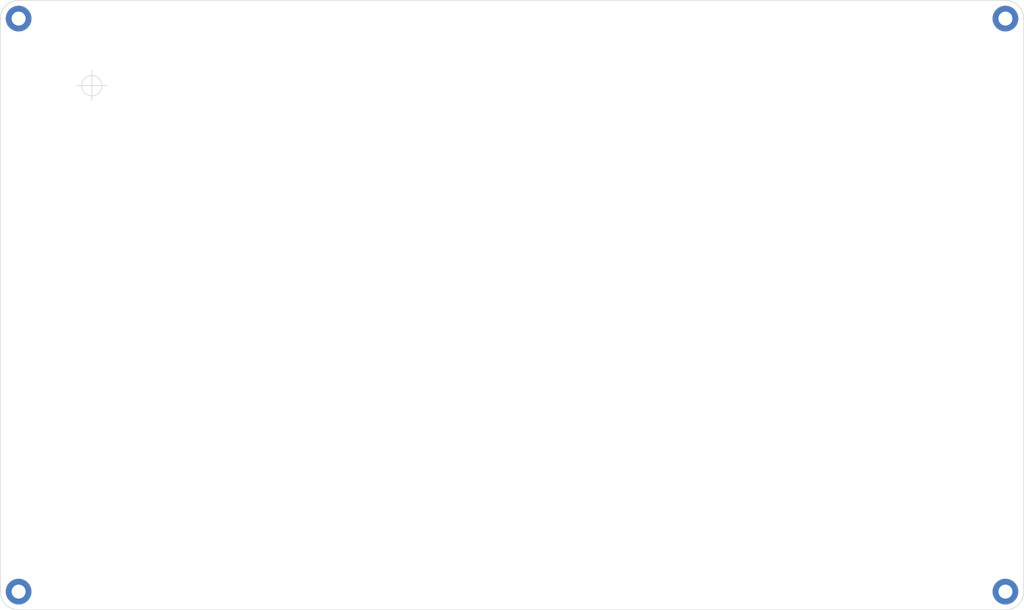
<source format=kicad_pcb>
(kicad_pcb (version 20211014) (generator pcbnew)
  (layers (0 "F.Cu" signal) (31 "B.Cu" signal) (34 "B.Paste" user) (35 "F.Paste" user) (36 "B.SilkS" user "B.Silkscreen") (37 "F.SilkS" user "F.Silkscreen") (38 "B.Mask" user) (39 "F.Mask" user) (44 "Edge.Cuts" user))
  (net 0 "")
  (footprint "" (layer "F.Cu") (at 199.75 39)
    (fp_text reference "" (at 0 0) (layer "F.SilkS") (effects (font (size 1.27 1.27))))
    (fp_text value "" (at 0 0) (layer "F.SilkS") (effects (font (size 1.27 1.27))))
    (pad "" thru_hole circle locked (at 0 0) (size 4.2 4.2) (drill 2.3) (layers *.Cu *.Mask))
  )
  (footprint "" (layer "F.Cu") (at 38 39)
    (fp_text reference "" (at 0 0) (layer "F.SilkS") (effects (font (size 1.27 1.27))))
    (fp_text value "" (at 0 0) (layer "F.SilkS") (effects (font (size 1.27 1.27))))
    (pad "" thru_hole circle locked (at 0 0) (size 4.2 4.2) (drill 2.3) (layers *.Cu *.Mask))
  )
  (footprint "" (layer "F.Cu") (at 38 133)
    (fp_text reference "" (at 0 0) (layer "F.SilkS") (effects (font (size 1.27 1.27))))
    (fp_text value "" (at 0 0) (layer "F.SilkS") (effects (font (size 1.27 1.27))))
    (pad "" thru_hole circle locked (at 0 0) (size 4.2 4.2) (drill 2.3) (layers *.Cu *.Mask))
  )
  (footprint "" (layer "F.Cu") (at 199.75 133)
    (fp_text reference "" (at 0 0) (layer "F.SilkS") (effects (font (size 1.27 1.27))))
    (fp_text value "" (at 0 0) (layer "F.SilkS") (effects (font (size 1.27 1.27))))
    (pad "" thru_hole circle locked (at 0 0) (size 4.2 4.2) (drill 2.3) (layers *.Cu *.Mask))
  )
  (gr_arc (start 35 39) (mid 35.87868 36.87868) (end 38 36) (layer "Edge.Cuts") (width 0.1))
  (gr_line (start 202.75 39) (end 202.75 133) (layer "Edge.Cuts") (width 0.1))
  (gr_arc (start 202.75 133) (mid 201.87132 135.12132) (end 199.75 136) (layer "Edge.Cuts") (width 0.1))
  (gr_line (start 199.75 136) (end 38 136) (layer "Edge.Cuts") (width 0.1))
  (gr_arc (start 199.75 36) (mid 201.87132 36.87868) (end 202.75 39) (layer "Edge.Cuts") (width 0.1))
  (gr_line (start 35 133) (end 35 39) (layer "Edge.Cuts") (width 0.1))
  (gr_arc (start 38 136) (mid 35.87868 135.12132) (end 35 133) (layer "Edge.Cuts") (width 0.1))
  (gr_line (start 38 36) (end 199.75 36) (layer "Edge.Cuts") (width 0.1))
  (target plus (at 50 50) (size 5) (width 0.1) (layer "Edge.Cuts"))
)
</source>
